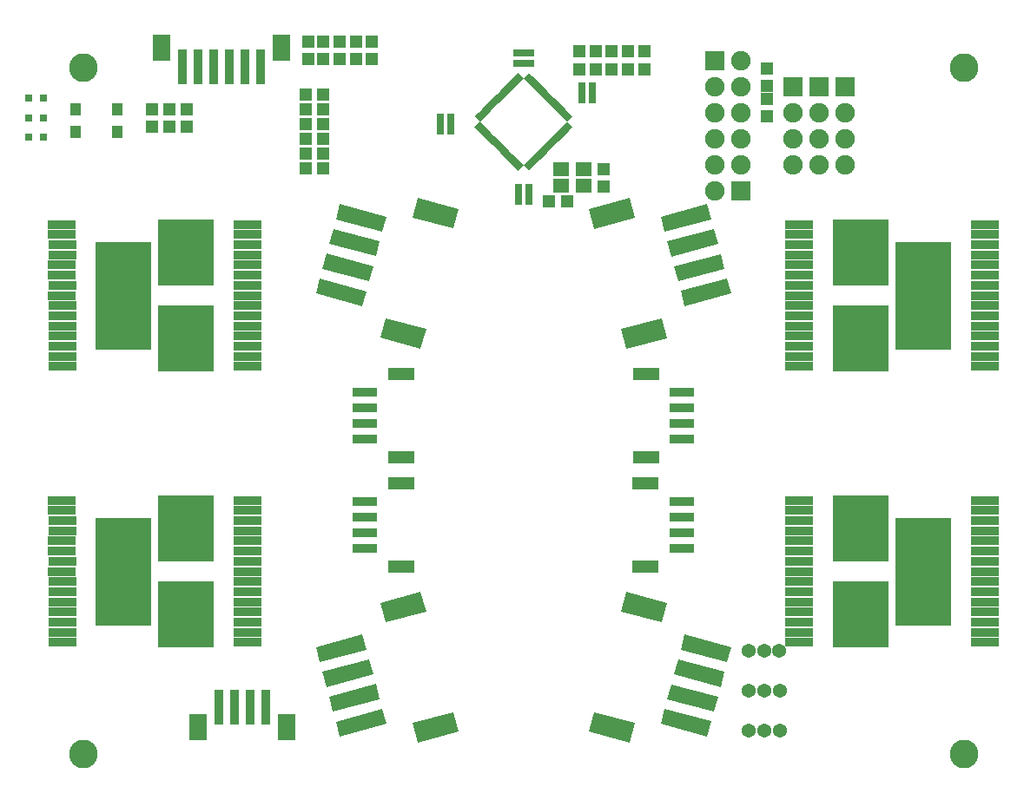
<source format=gts>
G04 DipTrace 2.4.0.2*
%INTopMask.gbr*%
%MOIN*%
%ADD21R,0.0315X0.0315*%
%ADD42C,0.11*%
%ADD48R,0.0631X0.0533*%
%ADD50R,0.2147X0.4135*%
%ADD52R,0.215X0.2533*%
%ADD54R,0.1104X0.034*%
%ADD56R,0.0434X0.0474*%
%ADD58R,0.022X0.0275*%
%ADD60R,0.0275X0.022*%
%ADD62C,0.0749*%
%ADD64R,0.0749X0.0749*%
%ADD66R,0.067X0.0986*%
%ADD68R,0.0356X0.138*%
%ADD70C,0.054*%
%ADD72R,0.0986X0.051*%
%ADD74R,0.0946X0.0356*%
%ADD78R,0.0513X0.0474*%
%ADD80R,0.0474X0.0513*%
%FSLAX44Y44*%
G04*
G70*
G90*
G75*
G01*
%LNTopMask*%
%LPD*%
D80*
X26498Y27643D3*
Y26973D3*
D78*
X24428Y26403D3*
X25097D3*
D80*
X27453Y32152D3*
Y31483D3*
X26828Y32152D3*
Y31483D3*
X28078Y32152D3*
Y31483D3*
X25578Y32152D3*
Y31483D3*
X26203Y32152D3*
Y31483D3*
D21*
X4438Y30363D3*
X5028D3*
X4438Y29613D3*
X5028D3*
X4438Y28863D3*
X5028D3*
D74*
X17351Y14263D3*
Y13063D3*
Y13663D3*
D72*
X18748Y15553D3*
Y12373D3*
D74*
X17351Y14863D3*
X29525Y13663D3*
Y14863D3*
Y14263D3*
D72*
X28128Y12373D3*
Y15553D3*
D74*
X29525Y13063D3*
X29528Y17863D3*
Y19063D3*
Y18463D3*
D72*
X28131Y16573D3*
Y19753D3*
D74*
X29528Y17263D3*
X17351Y18463D3*
Y17263D3*
Y17863D3*
D72*
X18748Y19753D3*
Y16573D3*
D74*
X17351Y19063D3*
D70*
X32088Y6083D3*
X32678D3*
X33269D3*
X32088Y7603D3*
X32678D3*
X33269D3*
X32078Y9143D3*
X32668D3*
X33259D3*
D68*
X12948Y6953D3*
X11748D3*
X12348D3*
D66*
X14348Y6208D3*
X10948D3*
D68*
X13548Y6953D3*
G36*
X15874Y7750D2*
X15721Y8321D1*
X17509Y8800D1*
X17663Y8229D1*
X15874Y7750D1*
G37*
G36*
X16384Y5845D2*
X16231Y6416D1*
X18020Y6896D1*
X18173Y6324D1*
X16384Y5845D1*
G37*
G36*
X16128Y6801D2*
X15975Y7373D1*
X17764Y7852D1*
X17917Y7280D1*
X16128Y6801D1*
G37*
G36*
X18137Y10219D2*
X17933Y10981D1*
X19494Y11399D1*
X19698Y10637D1*
X18137Y10219D1*
G37*
G36*
X19374Y5602D2*
X19170Y6364D1*
X20731Y6782D1*
X20935Y6020D1*
X19374Y5602D1*
G37*
G36*
X15619Y8700D2*
X15466Y9272D1*
X17255Y9751D1*
X17408Y9180D1*
X15619Y8700D1*
G37*
G36*
X28957Y7277D2*
X29110Y7848D1*
X30899Y7369D1*
X30746Y6797D1*
X28957Y7277D1*
G37*
G36*
X29467Y9181D2*
X29621Y9753D1*
X31409Y9274D1*
X31256Y8702D1*
X29467Y9181D1*
G37*
G36*
X29211Y8225D2*
X29364Y8797D1*
X31153Y8318D1*
X31000Y7746D1*
X29211Y8225D1*
G37*
G36*
X25940Y6018D2*
X26144Y6780D1*
X27704Y6362D1*
X27500Y5600D1*
X25940Y6018D1*
G37*
G36*
X27177Y10635D2*
X27381Y11397D1*
X28941Y10979D1*
X28737Y10217D1*
X27177Y10635D1*
G37*
G36*
X28702Y6326D2*
X28855Y6897D1*
X30644Y6418D1*
X30491Y5847D1*
X28702Y6326D1*
G37*
G36*
X29364Y23330D2*
X29211Y23902D1*
X30999Y24381D1*
X31153Y23810D1*
X29364Y23330D1*
G37*
G36*
X28854Y25235D2*
X28700Y25807D1*
X30489Y26286D1*
X30642Y25715D1*
X28854Y25235D1*
G37*
G36*
X29110Y24279D2*
X28957Y24851D1*
X30745Y25330D1*
X30898Y24758D1*
X29110Y24279D1*
G37*
G36*
X27380Y20732D2*
X27176Y21494D1*
X28736Y21912D1*
X28940Y21150D1*
X27380Y20732D1*
G37*
G36*
X26143Y25349D2*
X25939Y26111D1*
X27499Y26529D1*
X27703Y25767D1*
X26143Y25349D1*
G37*
G36*
X29619Y22380D2*
X29466Y22951D1*
X31254Y23431D1*
X31407Y22859D1*
X29619Y22380D1*
G37*
G36*
X15976Y24763D2*
X16129Y25334D1*
X17917Y24855D1*
X17764Y24284D1*
X15976Y24763D1*
G37*
G36*
X15465Y22858D2*
X15618Y23430D1*
X17407Y22950D1*
X17254Y22379D1*
X15465Y22858D1*
G37*
G36*
X15721Y23814D2*
X15875Y24386D1*
X17663Y23907D1*
X17510Y23335D1*
X15721Y23814D1*
G37*
G36*
X19170Y25770D2*
X19374Y26531D1*
X20935Y26113D1*
X20731Y25352D1*
X19170Y25770D1*
G37*
G36*
X17933Y21153D2*
X18137Y21914D1*
X19698Y21496D1*
X19494Y20734D1*
X17933Y21153D1*
G37*
G36*
X16230Y25714D2*
X16384Y26285D1*
X18172Y25806D1*
X18019Y25234D1*
X16230Y25714D1*
G37*
D64*
X30788Y31813D3*
D62*
X31788D3*
X30788Y30813D3*
X31788D3*
X30788Y29813D3*
X31788D3*
X30788Y28813D3*
X31788D3*
D64*
X35788Y30813D3*
D62*
Y29813D3*
Y28813D3*
Y27813D3*
D64*
X34788Y30813D3*
D62*
Y29813D3*
Y28813D3*
Y27813D3*
D64*
X33788Y30813D3*
D62*
Y29813D3*
Y28813D3*
Y27813D3*
D80*
X15188Y31863D3*
Y32532D3*
X9858Y29933D3*
Y29263D3*
X10518Y29943D3*
Y29273D3*
X16375Y32550D3*
Y31881D3*
D78*
X15750Y28238D3*
X15081D3*
X15063Y27675D3*
X15732D3*
D80*
X9168Y29933D3*
Y29263D3*
X17000Y32550D3*
Y31881D3*
X32788Y29653D3*
Y30322D3*
Y30843D3*
Y31512D3*
X15750Y32550D3*
Y31881D3*
D78*
Y29363D3*
X15081D3*
X15063Y28800D3*
X15732D3*
D80*
X17625Y32550D3*
Y31881D3*
D78*
X15750Y30488D3*
X15081D3*
X15063Y29925D3*
X15732D3*
D60*
X23238Y26363D3*
Y26763D3*
Y26963D3*
Y26563D3*
X23638Y26963D3*
Y26763D3*
Y26563D3*
Y26363D3*
D58*
X23138Y32103D3*
X23538D3*
X23738D3*
X23338D3*
X23738Y31703D3*
X23538D3*
X23338D3*
X23138D3*
D60*
X20238Y29083D3*
Y29483D3*
Y29683D3*
Y29283D3*
X20638Y29683D3*
Y29483D3*
Y29283D3*
Y29083D3*
X26088Y30853D3*
Y30453D3*
Y30253D3*
Y30653D3*
X25688Y30253D3*
Y30453D3*
Y30653D3*
Y30853D3*
D56*
X7848Y29083D3*
X6234D3*
Y29943D3*
X7848D3*
D54*
X12855Y12573D3*
X12851Y12183D3*
Y12973D3*
Y13363D3*
X12855Y13743D3*
Y14133D3*
Y11793D3*
Y10233D3*
Y10623D3*
Y11013D3*
Y11403D3*
Y14523D3*
Y9843D3*
X12858Y14913D3*
X12855Y9453D3*
X5730Y12573D3*
X5726Y12183D3*
Y12973D3*
Y13363D3*
X5730Y13743D3*
Y14133D3*
Y11793D3*
Y10233D3*
Y10623D3*
Y11013D3*
Y11403D3*
X5728Y14523D3*
X5730Y9843D3*
X5728Y14913D3*
X5730Y9453D3*
D52*
X10489Y10543D3*
Y13823D3*
D50*
X8087Y12183D3*
D54*
X34020Y11793D3*
X34024Y12183D3*
Y11393D3*
Y11003D3*
X34020Y10623D3*
Y10233D3*
Y12573D3*
Y14133D3*
Y13743D3*
Y13353D3*
Y12963D3*
Y9843D3*
Y14523D3*
X34018Y9453D3*
X34020Y14913D3*
X41145Y11793D3*
X41149Y12183D3*
Y11393D3*
Y11003D3*
X41145Y10623D3*
Y10233D3*
Y12573D3*
Y14133D3*
Y13743D3*
Y13353D3*
Y12963D3*
X41148Y9843D3*
X41145Y14523D3*
X41148Y9453D3*
X41145Y14913D3*
D52*
X36387Y13823D3*
Y10543D3*
D50*
X38789Y12183D3*
D54*
X34020Y22393D3*
X34024Y22783D3*
Y21993D3*
Y21603D3*
X34020Y21223D3*
Y20833D3*
Y23173D3*
Y24733D3*
Y24343D3*
Y23953D3*
Y23563D3*
Y20443D3*
Y25123D3*
X34018Y20053D3*
X34020Y25513D3*
X41145Y22393D3*
X41149Y22783D3*
Y21993D3*
Y21603D3*
X41145Y21223D3*
Y20833D3*
Y23173D3*
Y24733D3*
Y24343D3*
Y23953D3*
Y23563D3*
X41148Y20443D3*
X41145Y25123D3*
X41148Y20053D3*
X41145Y25513D3*
D52*
X36387Y24423D3*
Y21143D3*
D50*
X38789Y22783D3*
D54*
X12855Y23173D3*
X12851Y22783D3*
Y23573D3*
Y23963D3*
X12855Y24343D3*
Y24733D3*
Y22393D3*
Y20833D3*
Y21223D3*
Y21613D3*
Y22003D3*
Y25123D3*
Y20443D3*
X12858Y25513D3*
X12855Y20053D3*
X5730Y23173D3*
X5726Y22783D3*
Y23573D3*
Y23963D3*
X5730Y24343D3*
Y24733D3*
Y22393D3*
Y20833D3*
Y21223D3*
Y21613D3*
Y22003D3*
X5728Y25123D3*
X5730Y20443D3*
X5728Y25513D3*
X5730Y20053D3*
D52*
X10489Y21143D3*
Y24423D3*
D50*
X8087Y22783D3*
G36*
X23440Y27791D2*
X23580Y27931D1*
X23789Y27722D1*
X23649Y27581D1*
X23440Y27791D1*
G37*
G36*
X23579Y27930D2*
X23719Y28070D1*
X23929Y27861D1*
X23789Y27721D1*
X23579Y27930D1*
G37*
G36*
X23718Y28070D2*
X23858Y28210D1*
X24068Y28000D1*
X23928Y27860D1*
X23718Y28070D1*
G37*
G36*
X23857Y28209D2*
X23997Y28349D1*
X24207Y28139D1*
X24067Y27999D1*
X23857Y28209D1*
G37*
G36*
X23996Y28348D2*
X24137Y28488D1*
X24346Y28278D1*
X24206Y28138D1*
X23996Y28348D1*
G37*
G36*
X24136Y28487D2*
X24276Y28627D1*
X24485Y28417D1*
X24345Y28277D1*
X24136Y28487D1*
G37*
G36*
X24275Y28626D2*
X24415Y28766D1*
X24625Y28557D1*
X24485Y28417D1*
X24275Y28626D1*
G37*
G36*
X24414Y28765D2*
X24554Y28906D1*
X24764Y28696D1*
X24624Y28556D1*
X24414Y28765D1*
G37*
G36*
X24553Y28905D2*
X24693Y29045D1*
X24903Y28835D1*
X24763Y28695D1*
X24553Y28905D1*
G37*
G36*
X24692Y29044D2*
X24833Y29184D1*
X25042Y28974D1*
X24902Y28834D1*
X24692Y29044D1*
G37*
G36*
X24832Y29183D2*
X24972Y29323D1*
X25181Y29113D1*
X25041Y28973D1*
X24832Y29183D1*
G37*
G36*
X24971Y29322D2*
X25111Y29462D1*
X25321Y29253D1*
X25181Y29113D1*
X24971Y29322D1*
G37*
G36*
X25111Y29461D2*
X24971Y29601D1*
X25180Y29810D1*
X25321Y29670D1*
X25111Y29461D1*
G37*
G36*
X24972Y29600D2*
X24832Y29740D1*
X25041Y29950D1*
X25181Y29809D1*
X24972Y29600D1*
G37*
G36*
X24833Y29739D2*
X24692Y29879D1*
X24902Y30089D1*
X25042Y29949D1*
X24833Y29739D1*
G37*
G36*
X24693Y29878D2*
X24553Y30018D1*
X24763Y30228D1*
X24903Y30088D1*
X24693Y29878D1*
G37*
G36*
X24554Y30017D2*
X24414Y30157D1*
X24624Y30367D1*
X24764Y30227D1*
X24554Y30017D1*
G37*
G36*
X24415Y30157D2*
X24275Y30297D1*
X24485Y30506D1*
X24625Y30366D1*
X24415Y30157D1*
G37*
G36*
X24276Y30296D2*
X24136Y30436D1*
X24345Y30645D1*
X24485Y30505D1*
X24276Y30296D1*
G37*
G36*
X24137Y30435D2*
X23996Y30575D1*
X24206Y30785D1*
X24346Y30645D1*
X24137Y30435D1*
G37*
G36*
X23997Y30574D2*
X23857Y30714D1*
X24067Y30924D1*
X24207Y30784D1*
X23997Y30574D1*
G37*
G36*
X23858Y30713D2*
X23718Y30853D1*
X23928Y31063D1*
X24068Y30923D1*
X23858Y30713D1*
G37*
G36*
X23719Y30852D2*
X23579Y30993D1*
X23789Y31202D1*
X23929Y31062D1*
X23719Y30852D1*
G37*
G36*
X23580Y30992D2*
X23440Y31132D1*
X23649Y31341D1*
X23789Y31201D1*
X23580Y30992D1*
G37*
G36*
X23092Y31201D2*
X23232Y31341D1*
X23441Y31132D1*
X23301Y30992D1*
X23092Y31201D1*
G37*
G36*
X22952Y31062D2*
X23093Y31202D1*
X23302Y30993D1*
X23162Y30853D1*
X22952Y31062D1*
G37*
G36*
X22813Y30923D2*
X22953Y31063D1*
X23163Y30853D1*
X23023Y30713D1*
X22813Y30923D1*
G37*
G36*
X22674Y30784D2*
X22814Y30924D1*
X23024Y30714D1*
X22884Y30574D1*
X22674Y30784D1*
G37*
G36*
X22535Y30645D2*
X22675Y30785D1*
X22885Y30575D1*
X22745Y30435D1*
X22535Y30645D1*
G37*
G36*
X22396Y30505D2*
X22536Y30646D1*
X22746Y30436D1*
X22605Y30296D1*
X22396Y30505D1*
G37*
G36*
X22257Y30366D2*
X22397Y30506D1*
X22606Y30297D1*
X22466Y30157D1*
X22257Y30366D1*
G37*
G36*
X22117Y30227D2*
X22257Y30367D1*
X22467Y30157D1*
X22327Y30017D1*
X22117Y30227D1*
G37*
G36*
X21978Y30088D2*
X22118Y30228D1*
X22328Y30018D1*
X22188Y29878D1*
X21978Y30088D1*
G37*
G36*
X21839Y29949D2*
X21979Y30089D1*
X22189Y29879D1*
X22049Y29739D1*
X21839Y29949D1*
G37*
G36*
X21700Y29809D2*
X21840Y29950D1*
X22050Y29740D1*
X21909Y29600D1*
X21700Y29809D1*
G37*
G36*
X21561Y29670D2*
X21701Y29810D1*
X21910Y29601D1*
X21770Y29461D1*
X21561Y29670D1*
G37*
G36*
X21701Y29113D2*
X21561Y29253D1*
X21770Y29462D1*
X21910Y29322D1*
X21701Y29113D1*
G37*
G36*
X21840Y28973D2*
X21700Y29113D1*
X21909Y29323D1*
X22050Y29183D1*
X21840Y28973D1*
G37*
G36*
X21979Y28834D2*
X21839Y28974D1*
X22049Y29184D1*
X22189Y29044D1*
X21979Y28834D1*
G37*
G36*
X22118Y28695D2*
X21978Y28835D1*
X22188Y29045D1*
X22328Y28905D1*
X22118Y28695D1*
G37*
G36*
X22257Y28556D2*
X22117Y28696D1*
X22327Y28906D1*
X22467Y28765D1*
X22257Y28556D1*
G37*
G36*
X22397Y28417D2*
X22257Y28557D1*
X22466Y28766D1*
X22606Y28626D1*
X22397Y28417D1*
G37*
G36*
X22536Y28277D2*
X22396Y28417D1*
X22605Y28627D1*
X22746Y28487D1*
X22536Y28277D1*
G37*
G36*
X22675Y28138D2*
X22535Y28278D1*
X22745Y28488D1*
X22885Y28348D1*
X22675Y28138D1*
G37*
G36*
X22814Y27999D2*
X22674Y28139D1*
X22884Y28349D1*
X23024Y28209D1*
X22814Y27999D1*
G37*
G36*
X22953Y27860D2*
X22813Y28000D1*
X23023Y28210D1*
X23163Y28070D1*
X22953Y27860D1*
G37*
G36*
X23093Y27721D2*
X22952Y27861D1*
X23162Y28070D1*
X23302Y27930D1*
X23093Y27721D1*
G37*
G36*
X23232Y27581D2*
X23092Y27722D1*
X23301Y27931D1*
X23441Y27791D1*
X23232Y27581D1*
G37*
D68*
X11548Y31568D3*
X12748Y31573D3*
X12148Y31568D3*
D66*
X9548Y32313D3*
X14148D3*
D68*
X10948Y31573D3*
X13348D3*
X10348D3*
D48*
X24878Y26993D3*
X25744D3*
Y27623D3*
X24878D3*
D64*
X31788Y26813D3*
D62*
X30788D3*
X31788Y27813D3*
X30788D3*
D42*
X40351Y31550D3*
Y5170D3*
X6531D3*
Y31550D3*
M02*

</source>
